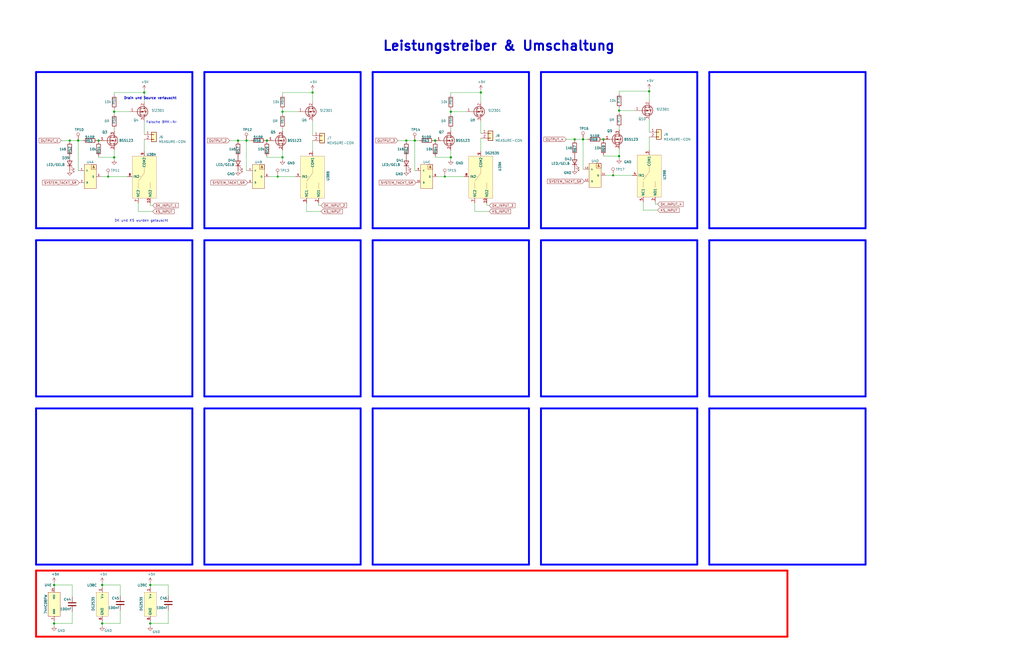
<source format=kicad_sch>
(kicad_sch (version 20210126) (generator eeschema)
  (paper "User" 540.893 350.012)
  (title_block (title "Kabeltester") (company "BMK Group") (comment 1 "Erstellt: Maximilian Hoffmann") (comment 2 "Geprüft: Robert Schulz"))
  (junction (at 28.575 309.245) (diameter 1.016))
  (junction (at 28.575 329.565) (diameter 1.016))
  (junction (at 36.83 74.295) (diameter 1.016))
  (junction (at 41.275 74.295) (diameter 1.016))
  (junction (at 52.07 74.295) (diameter 1.016))
  (junction (at 53.975 309.245) (diameter 1.016))
  (junction (at 53.975 329.565) (diameter 1.016))
  (junction (at 57.15 93.345) (diameter 0.9144))
  (junction (at 60.325 59.055) (diameter 1.016))
  (junction (at 60.325 83.185) (diameter 1.016))
  (junction (at 76.2 48.895) (diameter 1.016))
  (junction (at 79.375 309.245) (diameter 1.016))
  (junction (at 79.375 329.565) (diameter 1.016))
  (junction (at 125.73 74.295) (diameter 1.016))
  (junction (at 130.175 74.295) (diameter 1.016))
  (junction (at 140.97 74.295) (diameter 1.016))
  (junction (at 146.685 93.345) (diameter 0.9144))
  (junction (at 149.225 59.055) (diameter 1.016))
  (junction (at 149.225 83.185) (diameter 1.016))
  (junction (at 165.1 48.895) (diameter 1.016))
  (junction (at 214.63 74.295) (diameter 1.016))
  (junction (at 219.075 74.295) (diameter 1.016))
  (junction (at 229.87 74.295) (diameter 1.016))
  (junction (at 234.95 93.345) (diameter 0.9144))
  (junction (at 238.125 59.055) (diameter 1.016))
  (junction (at 238.125 83.185) (diameter 1.016))
  (junction (at 254 48.895) (diameter 1.016))
  (junction (at 303.53 73.66) (diameter 1.016))
  (junction (at 307.975 73.66) (diameter 1.016))
  (junction (at 318.77 73.66) (diameter 1.016))
  (junction (at 323.85 92.71) (diameter 0.9144))
  (junction (at 327.025 58.42) (diameter 1.016))
  (junction (at 327.025 82.55) (diameter 1.016))
  (junction (at 342.9 48.26) (diameter 1.016))
  (wire (pts (xy 28.575 307.975) (xy 28.575 309.245)))
  (wire (pts (xy 28.575 309.245) (xy 28.575 310.515)))
  (wire (pts (xy 28.575 328.295) (xy 28.575 329.565)))
  (wire (pts (xy 28.575 329.565) (xy 28.575 330.835)))
  (wire (pts (xy 32.385 74.295) (xy 36.83 74.295)))
  (wire (pts (xy 36.83 74.295) (xy 41.275 74.295)))
  (wire (pts (xy 36.83 74.93) (xy 36.83 74.295)))
  (wire (pts (xy 38.1 309.245) (xy 28.575 309.245)))
  (wire (pts (xy 38.1 315.595) (xy 38.1 309.245)))
  (wire (pts (xy 38.1 323.215) (xy 38.1 329.565)))
  (wire (pts (xy 38.1 329.565) (xy 28.575 329.565)))
  (wire (pts (xy 41.275 74.295) (xy 41.275 90.17)))
  (wire (pts (xy 41.275 74.295) (xy 43.815 74.295)))
  (wire (pts (xy 41.91 90.17) (xy 41.275 90.17)))
  (wire (pts (xy 51.435 74.295) (xy 52.07 74.295)))
  (wire (pts (xy 52.07 74.295) (xy 52.07 74.93)))
  (wire (pts (xy 52.07 74.295) (xy 52.705 74.295)))
  (wire (pts (xy 52.07 82.55) (xy 52.07 83.185)))
  (wire (pts (xy 52.07 83.185) (xy 60.325 83.185)))
  (wire (pts (xy 53.34 93.345) (xy 57.15 93.345)))
  (wire (pts (xy 53.975 307.975) (xy 53.975 309.245)))
  (wire (pts (xy 53.975 309.245) (xy 53.975 310.515)))
  (wire (pts (xy 53.975 328.295) (xy 53.975 329.565)))
  (wire (pts (xy 53.975 329.565) (xy 53.975 330.835)))
  (wire (pts (xy 53.975 329.565) (xy 63.5 329.565)))
  (wire (pts (xy 57.15 93.345) (xy 67.31 93.345)))
  (wire (pts (xy 60.325 48.895) (xy 76.2 48.895)))
  (wire (pts (xy 60.325 50.165) (xy 60.325 48.895)))
  (wire (pts (xy 60.325 57.785) (xy 60.325 59.055)))
  (wire (pts (xy 60.325 59.055) (xy 60.325 60.325)))
  (wire (pts (xy 60.325 59.055) (xy 68.58 59.055)))
  (wire (pts (xy 60.325 67.945) (xy 60.325 69.215)))
  (wire (pts (xy 60.325 79.375) (xy 60.325 83.185)))
  (wire (pts (xy 60.325 83.185) (xy 60.325 84.455)))
  (wire (pts (xy 63.5 309.245) (xy 53.975 309.245)))
  (wire (pts (xy 63.5 314.96) (xy 63.5 309.245)))
  (wire (pts (xy 63.5 322.58) (xy 63.5 329.565)))
  (wire (pts (xy 73.025 111.76) (xy 73.025 107.315)))
  (wire (pts (xy 76.2 47.625) (xy 76.2 48.895)))
  (wire (pts (xy 76.2 48.895) (xy 76.2 53.975)))
  (wire (pts (xy 76.2 64.135) (xy 76.2 71.12)))
  (wire (pts (xy 76.2 73.66) (xy 76.2 80.01)))
  (wire (pts (xy 79.375 108.585) (xy 79.375 107.315)))
  (wire (pts (xy 79.375 307.975) (xy 79.375 309.245)))
  (wire (pts (xy 79.375 309.245) (xy 79.375 310.515)))
  (wire (pts (xy 79.375 328.295) (xy 79.375 329.565)))
  (wire (pts (xy 79.375 329.565) (xy 79.375 330.835)))
  (wire (pts (xy 79.375 329.565) (xy 88.9 329.565)))
  (wire (pts (xy 80.645 108.585) (xy 79.375 108.585)))
  (wire (pts (xy 80.645 111.76) (xy 73.025 111.76)))
  (wire (pts (xy 88.9 309.245) (xy 79.375 309.245)))
  (wire (pts (xy 88.9 314.96) (xy 88.9 309.245)))
  (wire (pts (xy 88.9 322.58) (xy 88.9 329.565)))
  (wire (pts (xy 121.285 74.295) (xy 125.73 74.295)))
  (wire (pts (xy 125.73 74.295) (xy 130.175 74.295)))
  (wire (pts (xy 125.73 74.93) (xy 125.73 74.295)))
  (wire (pts (xy 130.175 74.295) (xy 130.175 90.17)))
  (wire (pts (xy 130.175 74.295) (xy 132.715 74.295)))
  (wire (pts (xy 130.81 90.17) (xy 130.175 90.17)))
  (wire (pts (xy 140.335 74.295) (xy 140.97 74.295)))
  (wire (pts (xy 140.97 74.295) (xy 140.97 74.93)))
  (wire (pts (xy 140.97 74.295) (xy 141.605 74.295)))
  (wire (pts (xy 140.97 82.55) (xy 140.97 83.185)))
  (wire (pts (xy 140.97 83.185) (xy 149.225 83.185)))
  (wire (pts (xy 142.24 93.345) (xy 146.685 93.345)))
  (wire (pts (xy 146.685 93.345) (xy 156.21 93.345)))
  (wire (pts (xy 149.225 48.895) (xy 165.1 48.895)))
  (wire (pts (xy 149.225 50.165) (xy 149.225 48.895)))
  (wire (pts (xy 149.225 57.785) (xy 149.225 59.055)))
  (wire (pts (xy 149.225 59.055) (xy 149.225 60.325)))
  (wire (pts (xy 149.225 59.055) (xy 157.48 59.055)))
  (wire (pts (xy 149.225 67.945) (xy 149.225 69.215)))
  (wire (pts (xy 149.225 79.375) (xy 149.225 83.185)))
  (wire (pts (xy 149.225 83.185) (xy 149.225 84.455)))
  (wire (pts (xy 161.925 111.76) (xy 161.925 107.315)))
  (wire (pts (xy 165.1 47.625) (xy 165.1 48.895)))
  (wire (pts (xy 165.1 48.895) (xy 165.1 53.975)))
  (wire (pts (xy 165.1 64.135) (xy 165.1 71.755)))
  (wire (pts (xy 165.1 74.295) (xy 165.1 80.01)))
  (wire (pts (xy 168.275 108.585) (xy 168.275 107.315)))
  (wire (pts (xy 169.545 108.585) (xy 168.275 108.585)))
  (wire (pts (xy 169.545 111.76) (xy 161.925 111.76)))
  (wire (pts (xy 210.185 74.295) (xy 214.63 74.295)))
  (wire (pts (xy 214.63 74.295) (xy 219.075 74.295)))
  (wire (pts (xy 214.63 74.93) (xy 214.63 74.295)))
  (wire (pts (xy 219.075 74.295) (xy 219.075 90.17)))
  (wire (pts (xy 219.075 74.295) (xy 221.615 74.295)))
  (wire (pts (xy 219.71 90.17) (xy 219.075 90.17)))
  (wire (pts (xy 229.235 74.295) (xy 229.87 74.295)))
  (wire (pts (xy 229.87 74.295) (xy 229.87 74.93)))
  (wire (pts (xy 229.87 74.295) (xy 230.505 74.295)))
  (wire (pts (xy 229.87 82.55) (xy 229.87 83.185)))
  (wire (pts (xy 229.87 83.185) (xy 238.125 83.185)))
  (wire (pts (xy 231.14 93.345) (xy 234.95 93.345)))
  (wire (pts (xy 234.95 93.345) (xy 245.11 93.345)))
  (wire (pts (xy 238.125 48.895) (xy 254 48.895)))
  (wire (pts (xy 238.125 50.165) (xy 238.125 48.895)))
  (wire (pts (xy 238.125 57.785) (xy 238.125 59.055)))
  (wire (pts (xy 238.125 59.055) (xy 238.125 60.325)))
  (wire (pts (xy 238.125 59.055) (xy 246.38 59.055)))
  (wire (pts (xy 238.125 67.945) (xy 238.125 69.215)))
  (wire (pts (xy 238.125 79.375) (xy 238.125 83.185)))
  (wire (pts (xy 238.125 83.185) (xy 238.125 84.455)))
  (wire (pts (xy 250.825 111.76) (xy 250.825 107.315)))
  (wire (pts (xy 254 47.625) (xy 254 48.895)))
  (wire (pts (xy 254 48.895) (xy 254 53.975)))
  (wire (pts (xy 254 64.135) (xy 254 70.485)))
  (wire (pts (xy 254 73.025) (xy 254 80.01)))
  (wire (pts (xy 257.175 108.585) (xy 257.175 107.315)))
  (wire (pts (xy 258.445 108.585) (xy 257.175 108.585)))
  (wire (pts (xy 258.445 111.76) (xy 250.825 111.76)))
  (wire (pts (xy 299.085 73.66) (xy 303.53 73.66)))
  (wire (pts (xy 303.53 73.66) (xy 307.975 73.66)))
  (wire (pts (xy 303.53 74.295) (xy 303.53 73.66)))
  (wire (pts (xy 307.975 73.66) (xy 307.975 89.535)))
  (wire (pts (xy 307.975 73.66) (xy 310.515 73.66)))
  (wire (pts (xy 308.61 89.535) (xy 307.975 89.535)))
  (wire (pts (xy 318.135 73.66) (xy 318.77 73.66)))
  (wire (pts (xy 318.77 73.66) (xy 318.77 74.295)))
  (wire (pts (xy 318.77 73.66) (xy 319.405 73.66)))
  (wire (pts (xy 318.77 81.915) (xy 318.77 82.55)))
  (wire (pts (xy 318.77 82.55) (xy 327.025 82.55)))
  (wire (pts (xy 320.04 92.71) (xy 323.85 92.71)))
  (wire (pts (xy 323.85 92.71) (xy 334.01 92.71)))
  (wire (pts (xy 327.025 48.26) (xy 342.9 48.26)))
  (wire (pts (xy 327.025 49.53) (xy 327.025 48.26)))
  (wire (pts (xy 327.025 57.15) (xy 327.025 58.42)))
  (wire (pts (xy 327.025 58.42) (xy 327.025 59.69)))
  (wire (pts (xy 327.025 58.42) (xy 335.28 58.42)))
  (wire (pts (xy 327.025 67.31) (xy 327.025 68.58)))
  (wire (pts (xy 327.025 78.74) (xy 327.025 82.55)))
  (wire (pts (xy 327.025 82.55) (xy 327.025 83.82)))
  (wire (pts (xy 339.725 111.125) (xy 339.725 106.68)))
  (wire (pts (xy 342.9 46.99) (xy 342.9 48.26)))
  (wire (pts (xy 342.9 48.26) (xy 342.9 53.34)))
  (wire (pts (xy 342.9 63.5) (xy 342.9 69.85)))
  (wire (pts (xy 342.9 72.39) (xy 342.9 79.375)))
  (wire (pts (xy 346.075 107.95) (xy 346.075 106.68)))
  (wire (pts (xy 347.345 107.95) (xy 346.075 107.95)))
  (wire (pts (xy 347.345 111.125) (xy 339.725 111.125)))
  (polyline (pts (xy 19.05 38.1) (xy 19.05 120.65)) (stroke (width 1) (type solid) (color 0 0 255 1)))
  (polyline (pts (xy 19.05 38.1) (xy 101.6 38.1)) (stroke (width 1) (type solid) (color 0 0 255 1)))
  (polyline (pts (xy 19.05 127) (xy 19.05 209.55)) (stroke (width 1) (type solid) (color 0 0 255 1)))
  (polyline (pts (xy 19.05 127) (xy 101.6 127)) (stroke (width 1) (type solid) (color 0 0 255 1)))
  (polyline (pts (xy 19.05 215.9) (xy 19.05 298.45)) (stroke (width 1) (type solid) (color 0 0 255 1)))
  (polyline (pts (xy 19.05 215.9) (xy 101.6 215.9)) (stroke (width 1) (type solid) (color 0 0 255 1)))
  (polyline (pts (xy 19.05 301.625) (xy 19.05 336.55)) (stroke (width 1) (type solid) (color 255 0 0 1)))
  (polyline (pts (xy 19.05 301.625) (xy 415.925 301.625)) (stroke (width 1) (type solid) (color 255 0 0 1)))
  (polyline (pts (xy 101.6 38.1) (xy 101.6 120.65)) (stroke (width 1) (type solid) (color 0 0 255 1)))
  (polyline (pts (xy 101.6 120.65) (xy 19.05 120.65)) (stroke (width 1) (type solid) (color 0 0 255 1)))
  (polyline (pts (xy 101.6 127) (xy 101.6 209.55)) (stroke (width 1) (type solid) (color 0 0 255 1)))
  (polyline (pts (xy 101.6 209.55) (xy 19.05 209.55)) (stroke (width 1) (type solid) (color 0 0 255 1)))
  (polyline (pts (xy 101.6 215.9) (xy 101.6 298.45)) (stroke (width 1) (type solid) (color 0 0 255 1)))
  (polyline (pts (xy 101.6 298.45) (xy 19.05 298.45)) (stroke (width 1) (type solid) (color 0 0 255 1)))
  (polyline (pts (xy 107.95 38.1) (xy 107.95 120.65)) (stroke (width 1) (type solid) (color 0 0 255 1)))
  (polyline (pts (xy 107.95 38.1) (xy 190.5 38.1)) (stroke (width 1) (type solid) (color 0 0 255 1)))
  (polyline (pts (xy 107.95 127) (xy 107.95 209.55)) (stroke (width 1) (type solid) (color 0 0 255 1)))
  (polyline (pts (xy 107.95 127) (xy 190.5 127)) (stroke (width 1) (type solid) (color 0 0 255 1)))
  (polyline (pts (xy 107.95 215.9) (xy 107.95 298.45)) (stroke (width 1) (type solid) (color 0 0 255 1)))
  (polyline (pts (xy 107.95 215.9) (xy 190.5 215.9)) (stroke (width 1) (type solid) (color 0 0 255 1)))
  (polyline (pts (xy 190.5 38.1) (xy 190.5 120.65)) (stroke (width 1) (type solid) (color 0 0 255 1)))
  (polyline (pts (xy 190.5 120.65) (xy 107.95 120.65)) (stroke (width 1) (type solid) (color 0 0 255 1)))
  (polyline (pts (xy 190.5 127) (xy 190.5 209.55)) (stroke (width 1) (type solid) (color 0 0 255 1)))
  (polyline (pts (xy 190.5 209.55) (xy 107.95 209.55)) (stroke (width 1) (type solid) (color 0 0 255 1)))
  (polyline (pts (xy 190.5 215.9) (xy 190.5 298.45)) (stroke (width 1) (type solid) (color 0 0 255 1)))
  (polyline (pts (xy 190.5 298.45) (xy 107.95 298.45)) (stroke (width 1) (type solid) (color 0 0 255 1)))
  (polyline (pts (xy 196.85 38.1) (xy 196.85 120.65)) (stroke (width 1) (type solid) (color 0 0 255 1)))
  (polyline (pts (xy 196.85 38.1) (xy 279.4 38.1)) (stroke (width 1) (type solid) (color 0 0 255 1)))
  (polyline (pts (xy 196.85 127) (xy 196.85 209.55)) (stroke (width 1) (type solid) (color 0 0 255 1)))
  (polyline (pts (xy 196.85 127) (xy 279.4 127)) (stroke (width 1) (type solid) (color 0 0 255 1)))
  (polyline (pts (xy 196.85 215.9) (xy 196.85 298.45)) (stroke (width 1) (type solid) (color 0 0 255 1)))
  (polyline (pts (xy 196.85 215.9) (xy 279.4 215.9)) (stroke (width 1) (type solid) (color 0 0 255 1)))
  (polyline (pts (xy 279.4 38.1) (xy 279.4 120.65)) (stroke (width 1) (type solid) (color 0 0 255 1)))
  (polyline (pts (xy 279.4 120.65) (xy 196.85 120.65)) (stroke (width 1) (type solid) (color 0 0 255 1)))
  (polyline (pts (xy 279.4 127) (xy 279.4 209.55)) (stroke (width 1) (type solid) (color 0 0 255 1)))
  (polyline (pts (xy 279.4 209.55) (xy 196.85 209.55)) (stroke (width 1) (type solid) (color 0 0 255 1)))
  (polyline (pts (xy 279.4 215.9) (xy 279.4 298.45)) (stroke (width 1) (type solid) (color 0 0 255 1)))
  (polyline (pts (xy 279.4 298.45) (xy 196.85 298.45)) (stroke (width 1) (type solid) (color 0 0 255 1)))
  (polyline (pts (xy 285.75 38.1) (xy 285.75 120.65)) (stroke (width 1) (type solid) (color 0 0 255 1)))
  (polyline (pts (xy 285.75 38.1) (xy 368.3 38.1)) (stroke (width 1) (type solid) (color 0 0 255 1)))
  (polyline (pts (xy 285.75 127) (xy 285.75 209.55)) (stroke (width 1) (type solid) (color 0 0 255 1)))
  (polyline (pts (xy 285.75 127) (xy 368.3 127)) (stroke (width 1) (type solid) (color 0 0 255 1)))
  (polyline (pts (xy 285.75 215.9) (xy 285.75 298.45)) (stroke (width 1) (type solid) (color 0 0 255 1)))
  (polyline (pts (xy 285.75 215.9) (xy 368.3 215.9)) (stroke (width 1) (type solid) (color 0 0 255 1)))
  (polyline (pts (xy 368.3 38.1) (xy 368.3 120.65)) (stroke (width 1) (type solid) (color 0 0 255 1)))
  (polyline (pts (xy 368.3 120.65) (xy 285.75 120.65)) (stroke (width 1) (type solid) (color 0 0 255 1)))
  (polyline (pts (xy 368.3 127) (xy 368.3 209.55)) (stroke (width 1) (type solid) (color 0 0 255 1)))
  (polyline (pts (xy 368.3 209.55) (xy 285.75 209.55)) (stroke (width 1) (type solid) (color 0 0 255 1)))
  (polyline (pts (xy 368.3 215.9) (xy 368.3 298.45)) (stroke (width 1) (type solid) (color 0 0 255 1)))
  (polyline (pts (xy 368.3 298.45) (xy 285.75 298.45)) (stroke (width 1) (type solid) (color 0 0 255 1)))
  (polyline (pts (xy 374.65 38.1) (xy 374.65 120.65)) (stroke (width 1) (type solid) (color 0 0 255 1)))
  (polyline (pts (xy 374.65 38.1) (xy 457.2 38.1)) (stroke (width 1) (type solid) (color 0 0 255 1)))
  (polyline (pts (xy 374.65 127) (xy 374.65 209.55)) (stroke (width 1) (type solid) (color 0 0 255 1)))
  (polyline (pts (xy 374.65 127) (xy 457.2 127)) (stroke (width 1) (type solid) (color 0 0 255 1)))
  (polyline (pts (xy 374.65 215.9) (xy 374.65 298.45)) (stroke (width 1) (type solid) (color 0 0 255 1)))
  (polyline (pts (xy 374.65 215.9) (xy 457.2 215.9)) (stroke (width 1) (type solid) (color 0 0 255 1)))
  (polyline (pts (xy 415.925 301.625) (xy 415.925 336.55)) (stroke (width 1) (type solid) (color 255 0 0 1)))
  (polyline (pts (xy 415.925 336.55) (xy 19.05 336.55)) (stroke (width 1) (type solid) (color 255 0 0 1)))
  (polyline (pts (xy 457.2 38.1) (xy 457.2 120.65)) (stroke (width 1) (type solid) (color 0 0 255 1)))
  (polyline (pts (xy 457.2 120.65) (xy 374.65 120.65)) (stroke (width 1) (type solid) (color 0 0 255 1)))
  (polyline (pts (xy 457.2 127) (xy 457.2 209.55)) (stroke (width 1) (type solid) (color 0 0 255 1)))
  (polyline (pts (xy 457.2 209.55) (xy 374.65 209.55)) (stroke (width 1) (type solid) (color 0 0 255 1)))
  (polyline (pts (xy 457.2 215.9) (xy 457.2 298.45)) (stroke (width 1) (type solid) (color 0 0 255 1)))
  (polyline (pts (xy 457.2 298.45) (xy 374.65 298.45)) (stroke (width 1) (type solid) (color 0 0 255 1)))
  (text "DK und KS wurden getauscht\n" (at 88.9 117.475 180) (effects (font (size 1.27 1.27)) (justify right bottom)))
  (text "Drain und Source vertauscht\n" (at 93.345 52.705 180) (effects (font (size 1.27 1.27) (thickness 0.254) bold) (justify right bottom)))
  (text "Falsche BMK-Nr\n" (at 93.345 65.405 180) (effects (font (size 1.27 1.27)) (justify right bottom)))
  (text "Leistungstreiber & Umschaltung\n" (at 325.12 27.305 180) (effects (font (size 5 5) (thickness 1) bold) (justify right bottom)))
  (global_label "OUTPUT_1" (shape input) (at 32.385 74.295 180) (property "Intersheet References" "${INTERSHEET_REFS}" (effects hide)))
  (global_label "SYSTEM_TACKT_SR" (shape input) (at 41.91 96.52 180) (property "Intersheet References" "${INTERSHEET_REFS}" (effects hide)))
  (global_label "DK_INPUT_1" (shape input) (at 80.645 108.585 0) (property "Intersheet References" "${INTERSHEET_REFS}" (effects hide)))
  (global_label "KS_INPUT" (shape input) (at 80.645 111.76 0) (property "Intersheet References" "${INTERSHEET_REFS}" (effects hide)))
  (global_label "OUTPUT_2" (shape input) (at 121.285 74.295 180) (property "Intersheet References" "${INTERSHEET_REFS}" (effects hide)))
  (global_label "SYSTEM_TACKT_SR" (shape input) (at 130.81 96.52 180) (property "Intersheet References" "${INTERSHEET_REFS}" (effects hide)))
  (global_label "DK_INPUT_2" (shape input) (at 169.545 108.585 0) (property "Intersheet References" "${INTERSHEET_REFS}" (effects hide)))
  (global_label "KS_INPUT" (shape input) (at 169.545 111.76 0) (property "Intersheet References" "${INTERSHEET_REFS}" (effects hide)))
  (global_label "OUTPUT_3" (shape input) (at 210.185 74.295 180) (property "Intersheet References" "${INTERSHEET_REFS}" (effects hide)))
  (global_label "SYSTEM_TACKT_SR" (shape input) (at 219.71 96.52 180) (property "Intersheet References" "${INTERSHEET_REFS}" (effects hide)))
  (global_label "DK_INPUT_3" (shape input) (at 258.445 108.585 0) (property "Intersheet References" "${INTERSHEET_REFS}" (effects hide)))
  (global_label "KS_INPUT" (shape input) (at 258.445 111.76 0) (property "Intersheet References" "${INTERSHEET_REFS}" (effects hide)))
  (global_label "OUTPUT_4" (shape input) (at 299.085 73.66 180) (property "Intersheet References" "${INTERSHEET_REFS}" (effects hide)))
  (global_label "SYSTEM_TACKT_SR" (shape input) (at 308.61 95.885 180) (property "Intersheet References" "${INTERSHEET_REFS}" (effects hide)))
  (global_label "DK_INPUT_4" (shape input) (at 347.345 107.95 0) (property "Intersheet References" "${INTERSHEET_REFS}" (effects hide)))
  (global_label "KS_INPUT" (shape input) (at 347.345 111.125 0) (property "Intersheet References" "${INTERSHEET_REFS}" (effects hide)))
  (symbol (lib_id "Connector:TestPoint") (at 41.275 74.295 0) (unit 1)
    (property "Reference" "TP10" (at 39.37 68.58 0) (effects (justify left)))
    (property "Value" "TestPoint" (effects hide))
    (property "Footprint" "TestPoint:TestPoint_Pad_D1.0mm" (effects hide))
    (property "BMK-Nr" "-" (effects hide))
    (property "Mouser" "-" (effects hide))
  )
  (symbol (lib_id "Connector:TestPoint") (at 57.15 93.345 0) (unit 1)
    (property "Reference" "TP11" (at 58.42 90.17 0) (effects (justify left)))
    (property "Value" "TestPoint" (effects hide))
    (property "Footprint" "TestPoint:TestPoint_Pad_D1.0mm" (effects hide))
    (property "BMK-Nr" "-" (effects hide))
    (property "Mouser" "-" (effects hide))
  )
  (symbol (lib_id "Connector:TestPoint") (at 130.175 74.295 0) (unit 1)
    (property "Reference" "TP12" (at 128.27 68.58 0) (effects (justify left)))
    (property "Value" "TestPoint" (effects hide))
    (property "Footprint" "TestPoint:TestPoint_Pad_D1.0mm" (effects hide))
    (property "BMK-Nr" "-" (effects hide))
    (property "Mouser" "-" (effects hide))
  )
  (symbol (lib_id "Connector:TestPoint") (at 146.685 93.345 0) (unit 1)
    (property "Reference" "TP13" (at 147.955 90.17 0) (effects (justify left)))
    (property "Value" "TestPoint" (effects hide))
    (property "Footprint" "TestPoint:TestPoint_Pad_D1.0mm" (effects hide))
    (property "BMK-Nr" "-" (effects hide))
    (property "Mouser" "-" (effects hide))
  )
  (symbol (lib_id "Connector:TestPoint") (at 219.075 74.295 0) (unit 1)
    (property "Reference" "TP14" (at 217.17 68.58 0) (effects (justify left)))
    (property "Value" "TestPoint" (effects hide))
    (property "Footprint" "TestPoint:TestPoint_Pad_D1.0mm" (effects hide))
    (property "BMK-Nr" "-" (effects hide))
    (property "Mouser" "-" (effects hide))
  )
  (symbol (lib_id "Connector:TestPoint") (at 234.95 93.345 0) (unit 1)
    (property "Reference" "TP15" (at 236.22 90.17 0) (effects (justify left)))
    (property "Value" "TestPoint" (effects hide))
    (property "Footprint" "TestPoint:TestPoint_Pad_D1.0mm" (effects hide))
    (property "BMK-Nr" "-" (effects hide))
    (property "Mouser" "-" (effects hide))
  )
  (symbol (lib_id "Connector:TestPoint") (at 307.975 73.66 0) (unit 1)
    (property "Reference" "TP16" (at 306.07 67.945 0) (effects (justify left)))
    (property "Value" "TestPoint" (effects hide))
    (property "Footprint" "TestPoint:TestPoint_Pad_D1.0mm" (effects hide))
    (property "BMK-Nr" "-" (effects hide))
    (property "Mouser" "-" (effects hide))
  )
  (symbol (lib_id "Connector:TestPoint") (at 323.85 92.71 0) (unit 1)
    (property "Reference" "TP17" (at 325.12 89.535 0) (effects (justify left)))
    (property "Value" "TestPoint" (effects hide))
    (property "Footprint" "TestPoint:TestPoint_Pad_D1.0mm" (effects hide))
    (property "BMK-Nr" "-" (effects hide))
    (property "Mouser" "-" (effects hide))
  )
  (symbol (lib_id "power:+5V") (at 28.575 307.975 0) (unit 1)
    (property "Reference" "#PWR0132" (effects hide))
    (property "Value" "+5V" (at 29.21 303.53 0))
  )
  (symbol (lib_id "power:+5V") (at 53.975 307.975 0) (unit 1)
    (property "Reference" "#PWR0135" (effects hide))
    (property "Value" "+5V" (at 54.61 303.53 0))
  )
  (symbol (lib_id "power:+5V") (at 76.2 47.625 0) (unit 1)
    (property "Reference" "#PWR0138" (effects hide))
    (property "Value" "+5V" (at 76.5683 43.3006 0))
  )
  (symbol (lib_id "power:+5V") (at 79.375 307.975 0) (unit 1)
    (property "Reference" "#PWR0139" (effects hide))
    (property "Value" "+5V" (at 80.01 303.53 0))
  )
  (symbol (lib_id "power:+5V") (at 165.1 47.625 0) (unit 1)
    (property "Reference" "#PWR0147" (effects hide))
    (property "Value" "+5V" (at 165.4683 43.3006 0))
  )
  (symbol (lib_id "power:+5V") (at 254 47.625 0) (unit 1)
    (property "Reference" "#PWR0150" (effects hide))
    (property "Value" "+5V" (at 254.3683 43.3006 0))
  )
  (symbol (lib_id "power:+5V") (at 342.9 46.99 0) (unit 1)
    (property "Reference" "#PWR0153" (effects hide))
    (property "Value" "+5V" (at 343.2683 42.6656 0))
  )
  (symbol (lib_id "power:GND") (at 28.575 330.835 0) (unit 1)
    (property "Reference" "#PWR0133" (effects hide))
    (property "Value" "GND" (at 32.385 333.375 0))
  )
  (symbol (lib_id "power:GND") (at 36.83 90.17 0) (unit 1)
    (property "Reference" "#PWR0134" (effects hide))
    (property "Value" "GND" (effects hide))
  )
  (symbol (lib_id "power:GND") (at 53.975 330.835 0) (unit 1)
    (property "Reference" "#PWR0136" (effects hide))
    (property "Value" "GND" (at 57.15 333.375 0))
  )
  (symbol (lib_id "power:GND") (at 60.325 84.455 0) (unit 1)
    (property "Reference" "#PWR0137" (effects hide))
    (property "Value" "GND" (effects hide))
  )
  (symbol (lib_id "power:GND") (at 79.375 330.835 0) (unit 1)
    (property "Reference" "#PWR0140" (effects hide))
    (property "Value" "GND" (at 82.55 334.01 0))
  )
  (symbol (lib_id "power:GND") (at 125.73 90.17 0) (unit 1)
    (property "Reference" "#PWR0143" (effects hide))
    (property "Value" "GND" (at 122.0343 91.9544 0))
  )
  (symbol (lib_id "power:GND") (at 149.225 84.455 0) (unit 1)
    (property "Reference" "#PWR0146" (effects hide))
    (property "Value" "GND" (at 153.7843 86.2394 0))
  )
  (symbol (lib_id "power:GND") (at 214.63 90.17 0) (unit 1)
    (property "Reference" "#PWR0148" (effects hide))
    (property "Value" "GND" (at 210.9343 91.9544 0))
  )
  (symbol (lib_id "power:GND") (at 238.125 84.455 0) (unit 1)
    (property "Reference" "#PWR0149" (effects hide))
    (property "Value" "GND" (at 242.6843 86.2394 0))
  )
  (symbol (lib_id "power:GND") (at 303.53 89.535 0) (unit 1)
    (property "Reference" "#PWR0151" (effects hide))
    (property "Value" "GND" (at 299.8343 91.3194 0))
  )
  (symbol (lib_id "power:GND") (at 327.025 83.82 0) (unit 1)
    (property "Reference" "#PWR0152" (effects hide))
    (property "Value" "GND" (at 331.5843 85.6044 0))
  )
  (symbol (lib_name "Device:R_8") (lib_id "Device:R") (at 36.83 78.74 180) (unit 1)
    (property "Reference" "R52" (at 36.9569 77.3494 90) (effects (justify left)))
    (property "Value" "1k6" (at 35.052 78.861 0) (effects (justify left)))
    (property "Footprint" "Resistor_SMD:R_0603_1608Metric_Pad0.98x0.95mm_HandSolder" (effects hide))
    (property "BMK-Nr" "BS" (effects hide))
    (property "Mouser" "-" (effects hide))
  )
  (symbol (lib_name "Device:R_10") (lib_id "Device:R") (at 47.625 74.295 90) (unit 1)
    (property "Reference" "R53" (at 49.0156 74.4219 90) (effects (justify left)))
    (property "Value" "510R" (at 50.044 72.517 90) (effects (justify left)))
    (property "Footprint" "Resistor_SMD:R_0603_1608Metric_Pad0.98x0.95mm_HandSolder" (effects hide))
    (property "BMK-Nr" "BS" (effects hide))
    (property "Mouser" "-" (effects hide))
  )
  (symbol (lib_name "Device:R_9") (lib_id "Device:R") (at 52.07 78.74 180) (unit 1)
    (property "Reference" "R54" (at 52.1969 77.3494 90) (effects (justify left)))
    (property "Value" "10k" (at 50.927 78.861 0) (effects (justify left)))
    (property "Footprint" "Resistor_SMD:R_0603_1608Metric_Pad0.98x0.95mm_HandSolder" (effects hide))
    (property "BMK-Nr" "BS" (effects hide))
    (property "Mouser" "-" (effects hide))
  )
  (symbol (lib_name "Device:R_6") (lib_id "Device:R") (at 60.325 53.975 0) (unit 1)
    (property "Reference" "R55" (at 60.1981 55.3656 90) (effects (justify left)))
    (property "Value" "10k" (at 55.118 53.854 0) (effects (justify left)))
    (property "Footprint" "Resistor_SMD:R_0603_1608Metric_Pad0.98x0.95mm_HandSolder" (effects hide))
    (property "BMK-Nr" "BS" (effects hide))
    (property "Mouser" "-" (effects hide))
  )
  (symbol (lib_name "Device:R_7") (lib_id "Device:R") (at 60.325 64.135 0) (unit 1)
    (property "Reference" "R56" (at 60.1981 65.5256 90) (effects (justify left)))
    (property "Value" "0R" (at 55.118 64.014 0) (effects (justify left)))
    (property "Footprint" "Resistor_SMD:R_0603_1608Metric_Pad0.98x0.95mm_HandSolder" (effects hide))
    (property "BMK-Nr" "BS" (effects hide))
    (property "Mouser" "-" (effects hide))
  )
  (symbol (lib_name "Device:R_4") (lib_id "Device:R") (at 125.73 78.74 180) (unit 1)
    (property "Reference" "R57" (at 125.8569 77.3494 90) (effects (justify left)))
    (property "Value" "1k6" (at 124.587 78.861 0) (effects (justify left)))
    (property "Footprint" "Resistor_SMD:R_0603_1608Metric_Pad0.98x0.95mm_HandSolder" (effects hide))
    (property "BMK-Nr" "BS" (effects hide))
    (property "Mouser" "-" (effects hide))
  )
  (symbol (lib_name "Device:R_1") (lib_id "Device:R") (at 136.525 74.295 90) (unit 1)
    (property "Reference" "R58" (at 137.9156 74.4219 90) (effects (justify left)))
    (property "Value" "510R" (at 138.944 72.517 90) (effects (justify left)))
    (property "Footprint" "Resistor_SMD:R_0603_1608Metric_Pad0.98x0.95mm_HandSolder" (effects hide))
    (property "BMK-Nr" "BS" (effects hide))
    (property "Mouser" "-" (effects hide))
  )
  (symbol (lib_name "Device:R_5") (lib_id "Device:R") (at 140.97 78.74 180) (unit 1)
    (property "Reference" "R59" (at 141.0969 77.3494 90) (effects (justify left)))
    (property "Value" "10k" (at 139.827 78.861 0) (effects (justify left)))
    (property "Footprint" "Resistor_SMD:R_0603_1608Metric_Pad0.98x0.95mm_HandSolder" (effects hide))
    (property "BMK-Nr" "BS" (effects hide))
    (property "Mouser" "-" (effects hide))
  )
  (symbol (lib_name "Device:R_2") (lib_id "Device:R") (at 149.225 53.975 0) (unit 1)
    (property "Reference" "R60" (at 149.0981 55.3656 90) (effects (justify left)))
    (property "Value" "10k" (at 144.018 53.854 0) (effects (justify left)))
    (property "Footprint" "Resistor_SMD:R_0603_1608Metric_Pad0.98x0.95mm_HandSolder" (effects hide))
    (property "BMK-Nr" "BS" (effects hide))
    (property "Mouser" "-" (effects hide))
  )
  (symbol (lib_name "Device:R_3") (lib_id "Device:R") (at 149.225 64.135 0) (unit 1)
    (property "Reference" "R61" (at 149.0981 65.5256 90) (effects (justify left)))
    (property "Value" "0R" (at 144.018 64.014 0) (effects (justify left)))
    (property "Footprint" "Resistor_SMD:R_0603_1608Metric_Pad0.98x0.95mm_HandSolder" (effects hide))
    (property "BMK-Nr" "BS" (effects hide))
    (property "Mouser" "-" (effects hide))
  )
  (symbol (lib_name "Device:R_11") (lib_id "Device:R") (at 214.63 78.74 180) (unit 1)
    (property "Reference" "R62" (at 214.7569 77.3494 90) (effects (justify left)))
    (property "Value" "1k6" (at 213.487 78.861 0) (effects (justify left)))
    (property "Footprint" "Resistor_SMD:R_0603_1608Metric_Pad0.98x0.95mm_HandSolder" (effects hide))
    (property "BMK-Nr" "BS" (effects hide))
    (property "Mouser" "-" (effects hide))
  )
  (symbol (lib_name "Device:R_13") (lib_id "Device:R") (at 225.425 74.295 90) (unit 1)
    (property "Reference" "R63" (at 226.8156 74.4219 90) (effects (justify left)))
    (property "Value" "510R" (at 227.844 72.517 90) (effects (justify left)))
    (property "Footprint" "Resistor_SMD:R_0603_1608Metric_Pad0.98x0.95mm_HandSolder" (effects hide))
    (property "BMK-Nr" "BS" (effects hide))
    (property "Mouser" "-" (effects hide))
  )
  (symbol (lib_name "Device:R_12") (lib_id "Device:R") (at 229.87 78.74 180) (unit 1)
    (property "Reference" "R64" (at 229.9969 77.3494 90) (effects (justify left)))
    (property "Value" "10k" (at 228.727 78.861 0) (effects (justify left)))
    (property "Footprint" "Resistor_SMD:R_0603_1608Metric_Pad0.98x0.95mm_HandSolder" (effects hide))
    (property "BMK-Nr" "BS" (effects hide))
    (property "Mouser" "-" (effects hide))
  )
  (symbol (lib_name "Device:R_14") (lib_id "Device:R") (at 238.125 53.975 0) (unit 1)
    (property "Reference" "R65" (at 237.9981 55.3656 90) (effects (justify left)))
    (property "Value" "10k" (at 232.918 53.854 0) (effects (justify left)))
    (property "Footprint" "Resistor_SMD:R_0603_1608Metric_Pad0.98x0.95mm_HandSolder" (effects hide))
    (property "BMK-Nr" "BS" (effects hide))
    (property "Mouser" "-" (effects hide))
  )
  (symbol (lib_name "Device:R_15") (lib_id "Device:R") (at 238.125 64.135 0) (unit 1)
    (property "Reference" "R66" (at 237.9981 65.5256 90) (effects (justify left)))
    (property "Value" "0R" (at 232.918 64.014 0) (effects (justify left)))
    (property "Footprint" "Resistor_SMD:R_0603_1608Metric_Pad0.98x0.95mm_HandSolder" (effects hide))
    (property "BMK-Nr" "BS" (effects hide))
    (property "Mouser" "-" (effects hide))
  )
  (symbol (lib_name "Device:R_16") (lib_id "Device:R") (at 303.53 78.105 180) (unit 1)
    (property "Reference" "R67" (at 303.6569 76.7144 90) (effects (justify left)))
    (property "Value" "1k6" (at 302.387 78.226 0) (effects (justify left)))
    (property "Footprint" "Resistor_SMD:R_0603_1608Metric_Pad0.98x0.95mm_HandSolder" (effects hide))
    (property "BMK-Nr" "BS" (effects hide))
    (property "Mouser" "-" (effects hide))
  )
  (symbol (lib_id "Device:R") (at 314.325 73.66 90) (unit 1)
    (property "Reference" "R68" (at 315.7156 73.7869 90) (effects (justify left)))
    (property "Value" "510R" (at 316.744 71.882 90) (effects (justify left)))
    (property "Footprint" "Resistor_SMD:R_0603_1608Metric_Pad0.98x0.95mm_HandSolder" (effects hide))
    (property "BMK-Nr" "BS" (effects hide))
    (property "Mouser" "-" (effects hide))
  )
  (symbol (lib_name "Device:R_17") (lib_id "Device:R") (at 318.77 78.105 180) (unit 1)
    (property "Reference" "R69" (at 318.8969 76.7144 90) (effects (justify left)))
    (property "Value" "10k" (at 317.627 78.226 0) (effects (justify left)))
    (property "Footprint" "Resistor_SMD:R_0603_1608Metric_Pad0.98x0.95mm_HandSolder" (effects hide))
    (property "BMK-Nr" "BS" (effects hide))
    (property "Mouser" "-" (effects hide))
  )
  (symbol (lib_name "Device:R_18") (lib_id "Device:R") (at 327.025 53.34 0) (unit 1)
    (property "Reference" "R70" (at 326.8981 54.7306 90) (effects (justify left)))
    (property "Value" "10k" (at 321.818 53.219 0) (effects (justify left)))
    (property "Footprint" "Resistor_SMD:R_0603_1608Metric_Pad0.98x0.95mm_HandSolder" (effects hide))
    (property "BMK-Nr" "BS" (effects hide))
    (property "Mouser" "-" (effects hide))
  )
  (symbol (lib_name "Device:R_19") (lib_id "Device:R") (at 327.025 63.5 0) (unit 1)
    (property "Reference" "R71" (at 326.8981 64.8906 90) (effects (justify left)))
    (property "Value" "0R" (at 321.818 63.379 0) (effects (justify left)))
    (property "Footprint" "Resistor_SMD:R_0603_1608Metric_Pad0.98x0.95mm_HandSolder" (effects hide))
    (property "BMK-Nr" "BS" (effects hide))
    (property "Mouser" "-" (effects hide))
  )
  (symbol (lib_id "Device:LED") (at 36.83 86.36 90) (unit 1)
    (property "Reference" "D39" (at 32.7661 83.4961 90) (effects (justify right)))
    (property "Value" "LED/GELB" (at 24.511 87.065 90) (effects (justify right)))
    (property "Footprint" "LED_SMD:LED_0603_1608Metric_Pad1.05x0.95mm_HandSolder" (effects hide))
    (property "BMK-Nr" "08-8619" (effects hide))
    (property "Mouser" "604-APT1608LSYCKJ3RV" (effects hide))
  )
  (symbol (lib_id "Device:LED") (at 125.73 86.36 90) (unit 1)
    (property "Reference" "D40" (at 120.3961 84.7661 90) (effects (justify right)))
    (property "Value" "LED/GELB" (at 114.046 87.065 90) (effects (justify right)))
    (property "Footprint" "LED_SMD:LED_0603_1608Metric_Pad1.05x0.95mm_HandSolder" (effects hide))
    (property "BMK-Nr" "08-8619" (effects hide))
    (property "Mouser" "604-APT1608LSYCKJ3RV" (effects hide))
  )
  (symbol (lib_id "Device:LED") (at 214.63 86.36 90) (unit 1)
    (property "Reference" "D41" (at 209.2961 84.7661 90) (effects (justify right)))
    (property "Value" "LED/GELB" (at 201.676 87.065 90) (effects (justify right)))
    (property "Footprint" "LED_SMD:LED_0603_1608Metric_Pad1.05x0.95mm_HandSolder" (effects hide))
    (property "BMK-Nr" "08-8619" (effects hide))
    (property "Mouser" "604-APT1608LSYCKJ3RV" (effects hide))
  )
  (symbol (lib_id "Device:LED") (at 303.53 85.725 90) (unit 1)
    (property "Reference" "D42" (at 298.1961 84.1311 90) (effects (justify right)))
    (property "Value" "LED/GELB" (at 291.211 86.43 90) (effects (justify right)))
    (property "Footprint" "LED_SMD:LED_0603_1608Metric_Pad1.05x0.95mm_HandSolder" (effects hide))
    (property "BMK-Nr" "08-8619" (effects hide))
    (property "Mouser" "604-APT1608LSYCKJ3RV" (effects hide))
  )
  (symbol (lib_id "Connector_Generic:Conn_01x02") (at 81.28 71.12 0) (unit 1)
    (property "Reference" "J6" (at 83.82 72.39 0) (effects (justify left)))
    (property "Value" "MEASURE-CON" (at 83.82 74.93 0) (effects (justify left)))
    (property "Footprint" "Connector_PinSocket_2.54mm:PinSocket_1x02_P2.54mm_Vertical" (effects hide))
    (property "BMK-Nr" "BS" (effects hide))
  )
  (symbol (lib_id "Connector_Generic:Conn_01x02") (at 170.18 71.755 0) (unit 1)
    (property "Reference" "J7" (at 172.72 73.025 0) (effects (justify left)))
    (property "Value" "MEASURE-CON" (at 172.72 75.565 0) (effects (justify left)))
    (property "Footprint" "Connector_PinSocket_2.54mm:PinSocket_1x02_P2.54mm_Vertical" (effects hide))
    (property "BMK-Nr" "BS" (effects hide))
  )
  (symbol (lib_id "Connector_Generic:Conn_01x02") (at 259.08 70.485 0) (unit 1)
    (property "Reference" "J8" (at 261.62 71.755 0) (effects (justify left)))
    (property "Value" "MEASURE-CON" (at 261.62 74.295 0) (effects (justify left)))
    (property "Footprint" "Connector_PinSocket_2.54mm:PinSocket_1x02_P2.54mm_Vertical" (effects hide))
    (property "BMK-Nr" "BS" (effects hide))
  )
  (symbol (lib_id "Connector_Generic:Conn_01x02") (at 347.98 69.85 0) (unit 1)
    (property "Reference" "J9" (at 350.52 71.12 0) (effects (justify left)))
    (property "Value" "MEASURE-CON" (at 350.52 73.66 0) (effects (justify left)))
    (property "Footprint" "Connector_PinSocket_2.54mm:PinSocket_1x02_P2.54mm_Vertical" (effects hide))
    (property "BMK-Nr" "BS" (effects hide))
  )
  (symbol (lib_name "Device:C_1") (lib_id "Device:C") (at 38.1 319.405 0) (unit 1)
    (property "Reference" "C44" (at 33.655 316.865 0) (effects (justify left)))
    (property "Value" "100nF" (at 31.75 321.945 0) (effects (justify left)))
    (property "Footprint" "Capacitor_SMD:C_0603_1608Metric_Pad1.08x0.95mm_HandSolder" (effects hide))
    (property "BMK-Nr" "BS" (effects hide))
  )
  (symbol (lib_name "Device:C_2") (lib_id "Device:C") (at 63.5 318.77 0) (unit 1)
    (property "Reference" "C45" (at 59.055 316.23 0) (effects (justify left)))
    (property "Value" "100nF" (at 57.15 321.31 0) (effects (justify left)))
    (property "Footprint" "Capacitor_SMD:C_0603_1608Metric_Pad1.08x0.95mm_HandSolder" (effects hide))
    (property "BMK-Nr" "BS" (effects hide))
  )
  (symbol (lib_name "Device:C_3") (lib_id "Device:C") (at 88.9 318.77 0) (unit 1)
    (property "Reference" "C46" (at 84.455 316.23 0) (effects (justify left)))
    (property "Value" "100nF" (at 82.55 321.31 0) (effects (justify left)))
    (property "Footprint" "Capacitor_SMD:C_0603_1608Metric_Pad1.08x0.95mm_HandSolder" (effects hide))
    (property "BMK-Nr" "BS" (effects hide))
  )
  (symbol (lib_name "Transistor_FET:BSS123_1") (lib_id "Transistor_FET:BSS123") (at 57.785 74.295 0) (unit 1)
    (property "Reference" "Q3" (at 53.975 69.85 0) (effects (justify left)))
    (property "Value" "BSS123" (at 62.865 74.295 0) (effects (justify left)))
    (property "Footprint" "Package_TO_SOT_SMD:SOT-23" (effects hide))
    (property "Datasheet" "http://www.diodes.com/assets/Datasheets/ds30366.pdf" (effects hide))
    (property "BMK-Nr" "08-0503" (effects hide))
    (property "Mouser" "512-BSS123" (effects hide))
  )
  (symbol (lib_name "Transistor_FET:Si2371EDS_1") (lib_id "Transistor_FET:Si2371EDS") (at 73.66 59.055 0) (mirror x) (unit 1)
    (property "Reference" "Q4" (at 70.485 63.5 0) (effects (justify left)))
    (property "Value" "Si2301" (at 80.01 58.42 0) (effects (justify left)))
    (property "Footprint" "Package_TO_SOT_SMD:SOT-23" (effects hide))
    (property "Datasheet" "http://www.vishay.com/docs/63924/si2371eds.pdf" (effects hide))
    (property "BMK-Nr" "08-0150" (effects hide))
    (property "Mouser" "833-SI2301" (effects hide))
  )
  (symbol (lib_name "Transistor_FET:BSS123_2") (lib_id "Transistor_FET:BSS123") (at 146.685 74.295 0) (unit 1)
    (property "Reference" "Q5" (at 142.875 69.85 0) (effects (justify left)))
    (property "Value" "BSS123" (at 151.765 74.295 0) (effects (justify left)))
    (property "Footprint" "Package_TO_SOT_SMD:SOT-23" (effects hide))
    (property "Datasheet" "http://www.diodes.com/assets/Datasheets/ds30366.pdf" (effects hide))
    (property "BMK-Nr" "08-0503" (effects hide))
    (property "Mouser" "512-BSS123" (effects hide))
  )
  (symbol (lib_name "Transistor_FET:Si2371EDS_2") (lib_id "Transistor_FET:Si2371EDS") (at 162.56 59.055 0) (mirror x) (unit 1)
    (property "Reference" "Q6" (at 159.385 63.5 0) (effects (justify left)))
    (property "Value" "Si2301" (at 168.91 58.42 0) (effects (justify left)))
    (property "Footprint" "Package_TO_SOT_SMD:SOT-23" (effects hide))
    (property "Datasheet" "http://www.vishay.com/docs/63924/si2371eds.pdf" (effects hide))
    (property "BMK-Nr" "06-6269" (effects hide))
    (property "Mouser" "833-SI2301" (effects hide))
  )
  (symbol (lib_name "Transistor_FET:BSS123_3") (lib_id "Transistor_FET:BSS123") (at 235.585 74.295 0) (unit 1)
    (property "Reference" "Q7" (at 231.775 69.85 0) (effects (justify left)))
    (property "Value" "BSS123" (at 240.665 74.295 0) (effects (justify left)))
    (property "Footprint" "Package_TO_SOT_SMD:SOT-23" (effects hide))
    (property "Datasheet" "http://www.diodes.com/assets/Datasheets/ds30366.pdf" (effects hide))
    (property "BMK-Nr" "08-0503" (effects hide))
    (property "Mouser" "512-BSS123" (effects hide))
  )
  (symbol (lib_name "Transistor_FET:Si2371EDS_3") (lib_id "Transistor_FET:Si2371EDS") (at 251.46 59.055 0) (mirror x) (unit 1)
    (property "Reference" "Q8" (at 248.285 63.5 0) (effects (justify left)))
    (property "Value" "Si2301" (at 257.81 58.42 0) (effects (justify left)))
    (property "Footprint" "Package_TO_SOT_SMD:SOT-23" (effects hide))
    (property "Datasheet" "http://www.vishay.com/docs/63924/si2371eds.pdf" (effects hide))
    (property "BMK-Nr" "06-6269" (effects hide))
    (property "Mouser" "833-SI2301" (effects hide))
  )
  (symbol (lib_id "Transistor_FET:BSS123") (at 324.485 73.66 0) (unit 1)
    (property "Reference" "Q9" (at 320.675 69.215 0) (effects (justify left)))
    (property "Value" "BSS123" (at 329.565 73.66 0) (effects (justify left)))
    (property "Footprint" "Package_TO_SOT_SMD:SOT-23" (effects hide))
    (property "Datasheet" "http://www.diodes.com/assets/Datasheets/ds30366.pdf" (effects hide))
    (property "BMK-Nr" "08-0503" (effects hide))
    (property "Mouser" "512-BSS123" (effects hide))
  )
  (symbol (lib_id "Transistor_FET:Si2371EDS") (at 340.36 58.42 0) (mirror x) (unit 1)
    (property "Reference" "Q10" (at 337.185 62.865 0) (effects (justify left)))
    (property "Value" "Si2301" (at 346.71 57.785 0) (effects (justify left)))
    (property "Footprint" "Package_TO_SOT_SMD:SOT-23" (effects hide))
    (property "Datasheet" "http://www.vishay.com/docs/63924/si2371eds.pdf" (effects hide))
    (property "BMK-Nr" "06-6269" (effects hide))
    (property "Mouser" "833-SI2301" (effects hide))
  )
  (symbol (lib_id "Kabeltester:74HC08PW") (at 28.575 319.405 0) (unit 5)
    (property "Reference" "U4" (at 25.4 309.245 0))
    (property "Value" "74HC08PW" (at 24.13 319.405 90))
    (property "Footprint" "Package_SO:TSSOP-14_4.4x5mm_P0.65mm" (effects hide))
    (property "Datasheet" "https://www.ti.com/lit/ds/symlink/sn74hc08-q1.pdf?HQS=dis-mous-null-mousermode-dsf-pf-null-wwe&ts=1614454333862&ref_url=https%253A%252F%252Fwww.mouser.de%252F" (effects hide))
    (property "BMK-Nr" "06-0975" (effects hide))
    (property "Mouser" "771-HC08PW118" (effects hide))
  )
  (symbol (lib_name "Kabeltester:DG2535_3") (lib_id "Kabeltester:DG2535") (at 53.975 319.405 0) (mirror y) (unit 3)
    (property "Reference" "U38" (at 48.5775 309.3652 0))
    (property "Value" "DG2535" (at 49.212 319.131 90))
    (property "Footprint" "Package_SO:MSOP-10_3x3mm_P0.5mm" (effects hide))
    (property "Datasheet" "https://www.mouser.de/datasheet/2/427/dg2535e_dg2733e-1766630.pdf" (effects hide))
    (property "Mouser" "78-DG2535EDQ-T1-GE3" (effects hide))
    (property "BMK-Nr" "-" (effects hide))
  )
  (symbol (lib_name "Kabeltester:DG2535_5") (lib_id "Kabeltester:DG2535") (at 79.375 319.405 0) (unit 3)
    (property "Reference" "U39" (at 75.2475 309.3652 0))
    (property "Value" "DG2535" (at 74.613 319.131 90))
    (property "Footprint" "Package_SO:MSOP-10_3x3mm_P0.5mm" (effects hide))
    (property "Datasheet" "https://www.mouser.de/datasheet/2/427/dg2535e_dg2733e-1766630.pdf" (effects hide))
    (property "Mouser" "78-DG2535EDQ-T1-GE3" (effects hide))
    (property "BMK-Nr" "-" (effects hide))
  )
  (symbol (lib_id "Kabeltester:74HC08PW") (at 47.625 93.345 0) (unit 1)
    (property "Reference" "U4" (at 47.625 85.725 0))
    (property "Value" "74HC08PW" (effects hide))
    (property "Footprint" "Package_SO:TSSOP-14_4.4x5mm_P0.65mm" (effects hide))
    (property "Datasheet" "https://www.ti.com/lit/ds/symlink/sn74hc08-q1.pdf?HQS=dis-mous-null-mousermode-dsf-pf-null-wwe&ts=1614454333862&ref_url=https%253A%252F%252Fwww.mouser.de%252F" (effects hide))
    (property "BMK-Nr" "06-0975" (effects hide))
    (property "Mouser" "771-HC08PW118" (effects hide))
  )
  (symbol (lib_id "Kabeltester:74HC08PW") (at 136.525 93.345 0) (unit 2)
    (property "Reference" "U4" (at 136.525 85.725 0))
    (property "Value" "74HC08PW" (effects hide))
    (property "Footprint" "Package_SO:TSSOP-14_4.4x5mm_P0.65mm" (effects hide))
    (property "Datasheet" "https://www.ti.com/lit/ds/symlink/sn74hc08-q1.pdf?HQS=dis-mous-null-mousermode-dsf-pf-null-wwe&ts=1614454333862&ref_url=https%253A%252F%252Fwww.mouser.de%252F" (effects hide))
    (property "BMK-Nr" "06-0975" (effects hide))
    (property "Mouser" "771-HC08PW118" (effects hide))
  )
  (symbol (lib_id "Kabeltester:74HC08PW") (at 225.425 93.345 0) (unit 3)
    (property "Reference" "U4" (at 225.425 85.725 0))
    (property "Value" "74HC08PW" (effects hide))
    (property "Footprint" "Package_SO:TSSOP-14_4.4x5mm_P0.65mm" (effects hide))
    (property "Datasheet" "https://www.ti.com/lit/ds/symlink/sn74hc08-q1.pdf?HQS=dis-mous-null-mousermode-dsf-pf-null-wwe&ts=1614454333862&ref_url=https%253A%252F%252Fwww.mouser.de%252F" (effects hide))
    (property "BMK-Nr" "06-0975" (effects hide))
    (property "Mouser" "771-HC08PW118" (effects hide))
  )
  (symbol (lib_id "Kabeltester:74HC08PW") (at 314.325 92.71 0) (unit 4)
    (property "Reference" "U4" (at 314.325 85.09 0))
    (property "Value" "74HC08PW" (effects hide))
    (property "Footprint" "Package_SO:TSSOP-14_4.4x5mm_P0.65mm" (effects hide))
    (property "Datasheet" "https://www.ti.com/lit/ds/symlink/sn74hc08-q1.pdf?HQS=dis-mous-null-mousermode-dsf-pf-null-wwe&ts=1614454333862&ref_url=https%253A%252F%252Fwww.mouser.de%252F" (effects hide))
    (property "BMK-Nr" "06-0975" (effects hide))
    (property "Mouser" "771-HC08PW118" (effects hide))
  )
  (symbol (lib_name "Kabeltester:DG2535_4") (lib_id "Kabeltester:DG2535") (at 76.2 93.345 270) (mirror x) (unit 1)
    (property "Reference" "U38" (at 79.8898 81.5975 90))
    (property "Value" "DG2535" (effects hide))
    (property "Footprint" "Package_SO:MSOP-10_3x3mm_P0.5mm" (effects hide))
    (property "Datasheet" "https://www.mouser.de/datasheet/2/427/dg2535e_dg2733e-1766630.pdf" (effects hide))
    (property "Mouser" "78-DG2535EDQ-T1-GE3" (effects hide))
    (property "BMK-Nr" "-" (effects hide))
  )
  (symbol (lib_name "Kabeltester:DG2535_1") (lib_id "Kabeltester:DG2535") (at 165.1 93.345 270) (unit 2)
    (property "Reference" "U38" (at 173.2348 93.0275 0))
    (property "Value" "DG2535" (effects hide))
    (property "Footprint" "Package_SO:MSOP-10_3x3mm_P0.5mm" (effects hide))
    (property "Datasheet" "https://www.mouser.de/datasheet/2/427/dg2535e_dg2733e-1766630.pdf" (effects hide))
    (property "Mouser" "78-DG2535EDQ-T1-GE3" (effects hide))
    (property "BMK-Nr" "-" (effects hide))
  )
  (symbol (lib_id "Kabeltester:DG2535") (at 254 93.345 270) (mirror x) (unit 1)
    (property "Reference" "U39" (at 264.0398 87.9475 0))
    (property "Value" "DG2535" (at 259.989 80.962 90))
    (property "Footprint" "Package_SO:MSOP-10_3x3mm_P0.5mm" (effects hide))
    (property "Datasheet" "https://www.mouser.de/datasheet/2/427/dg2535e_dg2733e-1766630.pdf" (effects hide))
    (property "Mouser" "78-DG2535EDQ-T1-GE3" (effects hide))
    (property "BMK-Nr" "-" (effects hide))
  )
  (symbol (lib_name "Kabeltester:DG2535_2") (lib_id "Kabeltester:DG2535") (at 342.9 92.71 270) (unit 2)
    (property "Reference" "U39" (at 351.0348 92.3925 0))
    (property "Value" "DG2535" (effects hide))
    (property "Footprint" "Package_SO:MSOP-10_3x3mm_P0.5mm" (effects hide))
    (property "Datasheet" "https://www.mouser.de/datasheet/2/427/dg2535e_dg2733e-1766630.pdf" (effects hide))
    (property "Mouser" "78-DG2535EDQ-T1-GE3" (effects hide))
    (property "BMK-Nr" "-" (effects hide))
  )
)
</source>
